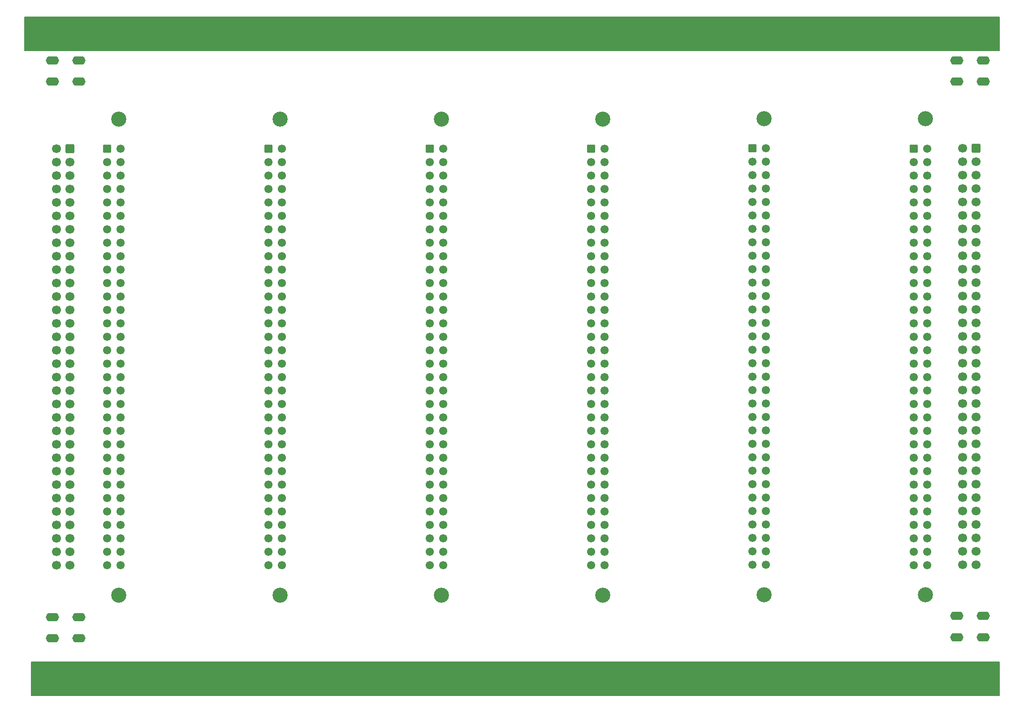
<source format=gbr>
%TF.GenerationSoftware,KiCad,Pcbnew,7.0.5*%
%TF.CreationDate,2023-12-07T16:06:55+01:00*%
%TF.ProjectId,Z80-Backplane,5a38302d-4261-4636-9b70-6c616e652e6b,rev?*%
%TF.SameCoordinates,Original*%
%TF.FileFunction,Soldermask,Top*%
%TF.FilePolarity,Negative*%
%FSLAX46Y46*%
G04 Gerber Fmt 4.6, Leading zero omitted, Abs format (unit mm)*
G04 Created by KiCad (PCBNEW 7.0.5) date 2023-12-07 16:06:55*
%MOMM*%
%LPD*%
G01*
G04 APERTURE LIST*
G04 Aperture macros list*
%AMRoundRect*
0 Rectangle with rounded corners*
0 $1 Rounding radius*
0 $2 $3 $4 $5 $6 $7 $8 $9 X,Y pos of 4 corners*
0 Add a 4 corners polygon primitive as box body*
4,1,4,$2,$3,$4,$5,$6,$7,$8,$9,$2,$3,0*
0 Add four circle primitives for the rounded corners*
1,1,$1+$1,$2,$3*
1,1,$1+$1,$4,$5*
1,1,$1+$1,$6,$7*
1,1,$1+$1,$8,$9*
0 Add four rect primitives between the rounded corners*
20,1,$1+$1,$2,$3,$4,$5,0*
20,1,$1+$1,$4,$5,$6,$7,0*
20,1,$1+$1,$6,$7,$8,$9,0*
20,1,$1+$1,$8,$9,$2,$3,0*%
G04 Aperture macros list end*
%ADD10C,0.150000*%
%ADD11C,2.850000*%
%ADD12RoundRect,0.249999X-0.525001X-0.525001X0.525001X-0.525001X0.525001X0.525001X-0.525001X0.525001X0*%
%ADD13C,1.550000*%
%ADD14C,4.700000*%
%ADD15O,2.500000X1.600000*%
%ADD16RoundRect,0.250000X0.600000X0.600000X-0.600000X0.600000X-0.600000X-0.600000X0.600000X-0.600000X0*%
%ADD17C,1.700000*%
G04 APERTURE END LIST*
D10*
X44450000Y-46990000D02*
X228600000Y-46990000D01*
X228600000Y-53340000D01*
X44450000Y-53340000D01*
X44450000Y-46990000D01*
G36*
X44450000Y-46990000D02*
G01*
X228600000Y-46990000D01*
X228600000Y-53340000D01*
X44450000Y-53340000D01*
X44450000Y-46990000D01*
G37*
X45720000Y-168910000D02*
X228600000Y-168910000D01*
X228600000Y-175260000D01*
X45720000Y-175260000D01*
X45720000Y-168910000D01*
G36*
X45720000Y-168910000D02*
G01*
X228600000Y-168910000D01*
X228600000Y-175260000D01*
X45720000Y-175260000D01*
X45720000Y-168910000D01*
G37*
D11*
%TO.C,J3*%
X184160000Y-66170000D03*
X184160000Y-156170000D03*
D12*
X181920000Y-71800000D03*
D13*
X181920000Y-74340000D03*
X181920000Y-76880000D03*
X181920000Y-79420000D03*
X181920000Y-81960000D03*
X181920000Y-84500000D03*
X181920000Y-87040000D03*
X181920000Y-89580000D03*
X181920000Y-92120000D03*
X181920000Y-94660000D03*
X181920000Y-97200000D03*
X181920000Y-99740000D03*
X181920000Y-102280000D03*
X181920000Y-104820000D03*
X181920000Y-107360000D03*
X181920000Y-109900000D03*
X181920000Y-112440000D03*
X181920000Y-114980000D03*
X181920000Y-117520000D03*
X181920000Y-120060000D03*
X181920000Y-122600000D03*
X181920000Y-125140000D03*
X181920000Y-127680000D03*
X181920000Y-130220000D03*
X181920000Y-132760000D03*
X181920000Y-135300000D03*
X181920000Y-137840000D03*
X181920000Y-140380000D03*
X181920000Y-142920000D03*
X181920000Y-145460000D03*
X181920000Y-148000000D03*
X181920000Y-150540000D03*
X184460000Y-71800000D03*
X184460000Y-74340000D03*
X184460000Y-76880000D03*
X184460000Y-79420000D03*
X184460000Y-81960000D03*
X184460000Y-84500000D03*
X184460000Y-87040000D03*
X184460000Y-89580000D03*
X184460000Y-92120000D03*
X184460000Y-94660000D03*
X184460000Y-97200000D03*
X184460000Y-99740000D03*
X184460000Y-102280000D03*
X184460000Y-104820000D03*
X184460000Y-107360000D03*
X184460000Y-109900000D03*
X184460000Y-112440000D03*
X184460000Y-114980000D03*
X184460000Y-117520000D03*
X184460000Y-120060000D03*
X184460000Y-122600000D03*
X184460000Y-125140000D03*
X184460000Y-127680000D03*
X184460000Y-130220000D03*
X184460000Y-132760000D03*
X184460000Y-135300000D03*
X184460000Y-137840000D03*
X184460000Y-140380000D03*
X184460000Y-142920000D03*
X184460000Y-145460000D03*
X184460000Y-148000000D03*
X184460000Y-150540000D03*
%TD*%
D11*
%TO.C,J4*%
X214640000Y-66200000D03*
X214640000Y-156200000D03*
D12*
X212400000Y-71830000D03*
D13*
X212400000Y-74370000D03*
X212400000Y-76910000D03*
X212400000Y-79450000D03*
X212400000Y-81990000D03*
X212400000Y-84530000D03*
X212400000Y-87070000D03*
X212400000Y-89610000D03*
X212400000Y-92150000D03*
X212400000Y-94690000D03*
X212400000Y-97230000D03*
X212400000Y-99770000D03*
X212400000Y-102310000D03*
X212400000Y-104850000D03*
X212400000Y-107390000D03*
X212400000Y-109930000D03*
X212400000Y-112470000D03*
X212400000Y-115010000D03*
X212400000Y-117550000D03*
X212400000Y-120090000D03*
X212400000Y-122630000D03*
X212400000Y-125170000D03*
X212400000Y-127710000D03*
X212400000Y-130250000D03*
X212400000Y-132790000D03*
X212400000Y-135330000D03*
X212400000Y-137870000D03*
X212400000Y-140410000D03*
X212400000Y-142950000D03*
X212400000Y-145490000D03*
X212400000Y-148030000D03*
X212400000Y-150570000D03*
X214940000Y-71830000D03*
X214940000Y-74370000D03*
X214940000Y-76910000D03*
X214940000Y-79450000D03*
X214940000Y-81990000D03*
X214940000Y-84530000D03*
X214940000Y-87070000D03*
X214940000Y-89610000D03*
X214940000Y-92150000D03*
X214940000Y-94690000D03*
X214940000Y-97230000D03*
X214940000Y-99770000D03*
X214940000Y-102310000D03*
X214940000Y-104850000D03*
X214940000Y-107390000D03*
X214940000Y-109930000D03*
X214940000Y-112470000D03*
X214940000Y-115010000D03*
X214940000Y-117550000D03*
X214940000Y-120090000D03*
X214940000Y-122630000D03*
X214940000Y-125170000D03*
X214940000Y-127710000D03*
X214940000Y-130250000D03*
X214940000Y-132790000D03*
X214940000Y-135330000D03*
X214940000Y-137870000D03*
X214940000Y-140410000D03*
X214940000Y-142950000D03*
X214940000Y-145490000D03*
X214940000Y-148030000D03*
X214940000Y-150570000D03*
%TD*%
D14*
%TO.C,H3*%
X184120000Y-50000000D03*
%TD*%
%TO.C,H8*%
X92680000Y-172500000D03*
%TD*%
%TO.C,H12*%
X92680000Y-50000000D03*
%TD*%
%TO.C,H10*%
X62200000Y-172500000D03*
%TD*%
D11*
%TO.C,J14*%
X62240000Y-66250000D03*
X62240000Y-156250000D03*
D12*
X60000000Y-71880000D03*
D13*
X60000000Y-74420000D03*
X60000000Y-76960000D03*
X60000000Y-79500000D03*
X60000000Y-82040000D03*
X60000000Y-84580000D03*
X60000000Y-87120000D03*
X60000000Y-89660000D03*
X60000000Y-92200000D03*
X60000000Y-94740000D03*
X60000000Y-97280000D03*
X60000000Y-99820000D03*
X60000000Y-102360000D03*
X60000000Y-104900000D03*
X60000000Y-107440000D03*
X60000000Y-109980000D03*
X60000000Y-112520000D03*
X60000000Y-115060000D03*
X60000000Y-117600000D03*
X60000000Y-120140000D03*
X60000000Y-122680000D03*
X60000000Y-125220000D03*
X60000000Y-127760000D03*
X60000000Y-130300000D03*
X60000000Y-132840000D03*
X60000000Y-135380000D03*
X60000000Y-137920000D03*
X60000000Y-140460000D03*
X60000000Y-143000000D03*
X60000000Y-145540000D03*
X60000000Y-148080000D03*
X60000000Y-150620000D03*
X62540000Y-71880000D03*
X62540000Y-74420000D03*
X62540000Y-76960000D03*
X62540000Y-79500000D03*
X62540000Y-82040000D03*
X62540000Y-84580000D03*
X62540000Y-87120000D03*
X62540000Y-89660000D03*
X62540000Y-92200000D03*
X62540000Y-94740000D03*
X62540000Y-97280000D03*
X62540000Y-99820000D03*
X62540000Y-102360000D03*
X62540000Y-104900000D03*
X62540000Y-107440000D03*
X62540000Y-109980000D03*
X62540000Y-112520000D03*
X62540000Y-115060000D03*
X62540000Y-117600000D03*
X62540000Y-120140000D03*
X62540000Y-122680000D03*
X62540000Y-125220000D03*
X62540000Y-127760000D03*
X62540000Y-130300000D03*
X62540000Y-132840000D03*
X62540000Y-135380000D03*
X62540000Y-137920000D03*
X62540000Y-140460000D03*
X62540000Y-143000000D03*
X62540000Y-145540000D03*
X62540000Y-148080000D03*
X62540000Y-150620000D03*
%TD*%
D14*
%TO.C,H1*%
X214600000Y-50000000D03*
%TD*%
%TO.C,H5*%
X153640000Y-50000000D03*
%TD*%
%TO.C,H9*%
X123160000Y-172500000D03*
%TD*%
D11*
%TO.C,J2*%
X153680000Y-66250000D03*
X153680000Y-156250000D03*
D12*
X151440000Y-71880000D03*
D13*
X151440000Y-74420000D03*
X151440000Y-76960000D03*
X151440000Y-79500000D03*
X151440000Y-82040000D03*
X151440000Y-84580000D03*
X151440000Y-87120000D03*
X151440000Y-89660000D03*
X151440000Y-92200000D03*
X151440000Y-94740000D03*
X151440000Y-97280000D03*
X151440000Y-99820000D03*
X151440000Y-102360000D03*
X151440000Y-104900000D03*
X151440000Y-107440000D03*
X151440000Y-109980000D03*
X151440000Y-112520000D03*
X151440000Y-115060000D03*
X151440000Y-117600000D03*
X151440000Y-120140000D03*
X151440000Y-122680000D03*
X151440000Y-125220000D03*
X151440000Y-127760000D03*
X151440000Y-130300000D03*
X151440000Y-132840000D03*
X151440000Y-135380000D03*
X151440000Y-137920000D03*
X151440000Y-140460000D03*
X151440000Y-143000000D03*
X151440000Y-145540000D03*
X151440000Y-148080000D03*
X151440000Y-150620000D03*
X153980000Y-71880000D03*
X153980000Y-74420000D03*
X153980000Y-76960000D03*
X153980000Y-79500000D03*
X153980000Y-82040000D03*
X153980000Y-84580000D03*
X153980000Y-87120000D03*
X153980000Y-89660000D03*
X153980000Y-92200000D03*
X153980000Y-94740000D03*
X153980000Y-97280000D03*
X153980000Y-99820000D03*
X153980000Y-102360000D03*
X153980000Y-104900000D03*
X153980000Y-107440000D03*
X153980000Y-109980000D03*
X153980000Y-112520000D03*
X153980000Y-115060000D03*
X153980000Y-117600000D03*
X153980000Y-120140000D03*
X153980000Y-122680000D03*
X153980000Y-125220000D03*
X153980000Y-127760000D03*
X153980000Y-130300000D03*
X153980000Y-132840000D03*
X153980000Y-135380000D03*
X153980000Y-137920000D03*
X153980000Y-140460000D03*
X153980000Y-143000000D03*
X153980000Y-145540000D03*
X153980000Y-148080000D03*
X153980000Y-150620000D03*
%TD*%
D14*
%TO.C,H4*%
X214600000Y-172500000D03*
%TD*%
%TO.C,H6*%
X153640000Y-172500000D03*
%TD*%
D11*
%TO.C,J15*%
X92720000Y-66250000D03*
X92720000Y-156250000D03*
D12*
X90480000Y-71880000D03*
D13*
X90480000Y-74420000D03*
X90480000Y-76960000D03*
X90480000Y-79500000D03*
X90480000Y-82040000D03*
X90480000Y-84580000D03*
X90480000Y-87120000D03*
X90480000Y-89660000D03*
X90480000Y-92200000D03*
X90480000Y-94740000D03*
X90480000Y-97280000D03*
X90480000Y-99820000D03*
X90480000Y-102360000D03*
X90480000Y-104900000D03*
X90480000Y-107440000D03*
X90480000Y-109980000D03*
X90480000Y-112520000D03*
X90480000Y-115060000D03*
X90480000Y-117600000D03*
X90480000Y-120140000D03*
X90480000Y-122680000D03*
X90480000Y-125220000D03*
X90480000Y-127760000D03*
X90480000Y-130300000D03*
X90480000Y-132840000D03*
X90480000Y-135380000D03*
X90480000Y-137920000D03*
X90480000Y-140460000D03*
X90480000Y-143000000D03*
X90480000Y-145540000D03*
X90480000Y-148080000D03*
X90480000Y-150620000D03*
X93020000Y-71880000D03*
X93020000Y-74420000D03*
X93020000Y-76960000D03*
X93020000Y-79500000D03*
X93020000Y-82040000D03*
X93020000Y-84580000D03*
X93020000Y-87120000D03*
X93020000Y-89660000D03*
X93020000Y-92200000D03*
X93020000Y-94740000D03*
X93020000Y-97280000D03*
X93020000Y-99820000D03*
X93020000Y-102360000D03*
X93020000Y-104900000D03*
X93020000Y-107440000D03*
X93020000Y-109980000D03*
X93020000Y-112520000D03*
X93020000Y-115060000D03*
X93020000Y-117600000D03*
X93020000Y-120140000D03*
X93020000Y-122680000D03*
X93020000Y-125220000D03*
X93020000Y-127760000D03*
X93020000Y-130300000D03*
X93020000Y-132840000D03*
X93020000Y-135380000D03*
X93020000Y-137920000D03*
X93020000Y-140460000D03*
X93020000Y-143000000D03*
X93020000Y-145540000D03*
X93020000Y-148080000D03*
X93020000Y-150620000D03*
%TD*%
D14*
%TO.C,H11*%
X62200000Y-50000000D03*
%TD*%
%TO.C,H2*%
X184120000Y-172500000D03*
%TD*%
D11*
%TO.C,J9*%
X123200000Y-66250000D03*
X123200000Y-156250000D03*
D12*
X120960000Y-71880000D03*
D13*
X120960000Y-74420000D03*
X120960000Y-76960000D03*
X120960000Y-79500000D03*
X120960000Y-82040000D03*
X120960000Y-84580000D03*
X120960000Y-87120000D03*
X120960000Y-89660000D03*
X120960000Y-92200000D03*
X120960000Y-94740000D03*
X120960000Y-97280000D03*
X120960000Y-99820000D03*
X120960000Y-102360000D03*
X120960000Y-104900000D03*
X120960000Y-107440000D03*
X120960000Y-109980000D03*
X120960000Y-112520000D03*
X120960000Y-115060000D03*
X120960000Y-117600000D03*
X120960000Y-120140000D03*
X120960000Y-122680000D03*
X120960000Y-125220000D03*
X120960000Y-127760000D03*
X120960000Y-130300000D03*
X120960000Y-132840000D03*
X120960000Y-135380000D03*
X120960000Y-137920000D03*
X120960000Y-140460000D03*
X120960000Y-143000000D03*
X120960000Y-145540000D03*
X120960000Y-148080000D03*
X120960000Y-150620000D03*
X123500000Y-71880000D03*
X123500000Y-74420000D03*
X123500000Y-76960000D03*
X123500000Y-79500000D03*
X123500000Y-82040000D03*
X123500000Y-84580000D03*
X123500000Y-87120000D03*
X123500000Y-89660000D03*
X123500000Y-92200000D03*
X123500000Y-94740000D03*
X123500000Y-97280000D03*
X123500000Y-99820000D03*
X123500000Y-102360000D03*
X123500000Y-104900000D03*
X123500000Y-107440000D03*
X123500000Y-109980000D03*
X123500000Y-112520000D03*
X123500000Y-115060000D03*
X123500000Y-117600000D03*
X123500000Y-120140000D03*
X123500000Y-122680000D03*
X123500000Y-125220000D03*
X123500000Y-127760000D03*
X123500000Y-130300000D03*
X123500000Y-132840000D03*
X123500000Y-135380000D03*
X123500000Y-137920000D03*
X123500000Y-140460000D03*
X123500000Y-143000000D03*
X123500000Y-145540000D03*
X123500000Y-148080000D03*
X123500000Y-150620000D03*
%TD*%
D14*
%TO.C,H7*%
X123160000Y-50000000D03*
%TD*%
D15*
%TO.C,J10*%
X54700000Y-160400000D03*
X49700000Y-160400000D03*
%TD*%
%TO.C,J5*%
X225552000Y-55182000D03*
X220552000Y-55182000D03*
%TD*%
%TO.C,J12*%
X54700000Y-164400000D03*
X49700000Y-164400000D03*
%TD*%
%TO.C,J8*%
X225552000Y-59182000D03*
X220552000Y-59182000D03*
%TD*%
%TO.C,J13*%
X225552000Y-164200000D03*
X220552000Y-164200000D03*
%TD*%
%TO.C,J7*%
X54700000Y-59200000D03*
X49700000Y-59200000D03*
%TD*%
%TO.C,J6*%
X54700000Y-55200000D03*
X49700000Y-55200000D03*
%TD*%
D16*
%TO.C,J17*%
X52950000Y-71860000D03*
D17*
X50410000Y-71860000D03*
X52950000Y-74400000D03*
X50410000Y-74400000D03*
X52950000Y-76940000D03*
X50410000Y-76940000D03*
X52950000Y-79480000D03*
X50410000Y-79480000D03*
X52950000Y-82020000D03*
X50410000Y-82020000D03*
X52950000Y-84560000D03*
X50410000Y-84560000D03*
X52950000Y-87100000D03*
X50410000Y-87100000D03*
X52950000Y-89640000D03*
X50410000Y-89640000D03*
X52950000Y-92180000D03*
X50410000Y-92180000D03*
X52950000Y-94720000D03*
X50410000Y-94720000D03*
X52950000Y-97260000D03*
X50410000Y-97260000D03*
X52950000Y-99800000D03*
X50410000Y-99800000D03*
X52950000Y-102340000D03*
X50410000Y-102340000D03*
X52950000Y-104880000D03*
X50410000Y-104880000D03*
X52950000Y-107420000D03*
X50410000Y-107420000D03*
X52950000Y-109960000D03*
X50410000Y-109960000D03*
X52950000Y-112500000D03*
X50410000Y-112500000D03*
X52950000Y-115040000D03*
X50410000Y-115040000D03*
X52950000Y-117580000D03*
X50410000Y-117580000D03*
X52950000Y-120120000D03*
X50410000Y-120120000D03*
X52950000Y-122660000D03*
X50410000Y-122660000D03*
X52950000Y-125200000D03*
X50410000Y-125200000D03*
X52950000Y-127740000D03*
X50410000Y-127740000D03*
X52950000Y-130280000D03*
X50410000Y-130280000D03*
X52950000Y-132820000D03*
X50410000Y-132820000D03*
X52950000Y-135360000D03*
X50410000Y-135360000D03*
X52950000Y-137900000D03*
X50410000Y-137900000D03*
X52950000Y-140440000D03*
X50410000Y-140440000D03*
X52950000Y-142980000D03*
X50410000Y-142980000D03*
X52950000Y-145520000D03*
X50410000Y-145520000D03*
X52950000Y-148060000D03*
X50410000Y-148060000D03*
X52950000Y-150600000D03*
X50410000Y-150600000D03*
%TD*%
D16*
%TO.C,J16*%
X224140000Y-71800000D03*
D17*
X221600000Y-71800000D03*
X224140000Y-74340000D03*
X221600000Y-74340000D03*
X224140000Y-76880000D03*
X221600000Y-76880000D03*
X224140000Y-79420000D03*
X221600000Y-79420000D03*
X224140000Y-81960000D03*
X221600000Y-81960000D03*
X224140000Y-84500000D03*
X221600000Y-84500000D03*
X224140000Y-87040000D03*
X221600000Y-87040000D03*
X224140000Y-89580000D03*
X221600000Y-89580000D03*
X224140000Y-92120000D03*
X221600000Y-92120000D03*
X224140000Y-94660000D03*
X221600000Y-94660000D03*
X224140000Y-97200000D03*
X221600000Y-97200000D03*
X224140000Y-99740000D03*
X221600000Y-99740000D03*
X224140000Y-102280000D03*
X221600000Y-102280000D03*
X224140000Y-104820000D03*
X221600000Y-104820000D03*
X224140000Y-107360000D03*
X221600000Y-107360000D03*
X224140000Y-109900000D03*
X221600000Y-109900000D03*
X224140000Y-112440000D03*
X221600000Y-112440000D03*
X224140000Y-114980000D03*
X221600000Y-114980000D03*
X224140000Y-117520000D03*
X221600000Y-117520000D03*
X224140000Y-120060000D03*
X221600000Y-120060000D03*
X224140000Y-122600000D03*
X221600000Y-122600000D03*
X224140000Y-125140000D03*
X221600000Y-125140000D03*
X224140000Y-127680000D03*
X221600000Y-127680000D03*
X224140000Y-130220000D03*
X221600000Y-130220000D03*
X224140000Y-132760000D03*
X221600000Y-132760000D03*
X224140000Y-135300000D03*
X221600000Y-135300000D03*
X224140000Y-137840000D03*
X221600000Y-137840000D03*
X224140000Y-140380000D03*
X221600000Y-140380000D03*
X224140000Y-142920000D03*
X221600000Y-142920000D03*
X224140000Y-145460000D03*
X221600000Y-145460000D03*
X224140000Y-148000000D03*
X221600000Y-148000000D03*
X224140000Y-150540000D03*
X221600000Y-150540000D03*
%TD*%
D15*
%TO.C,J11*%
X225552000Y-160200000D03*
X220552000Y-160200000D03*
%TD*%
M02*

</source>
